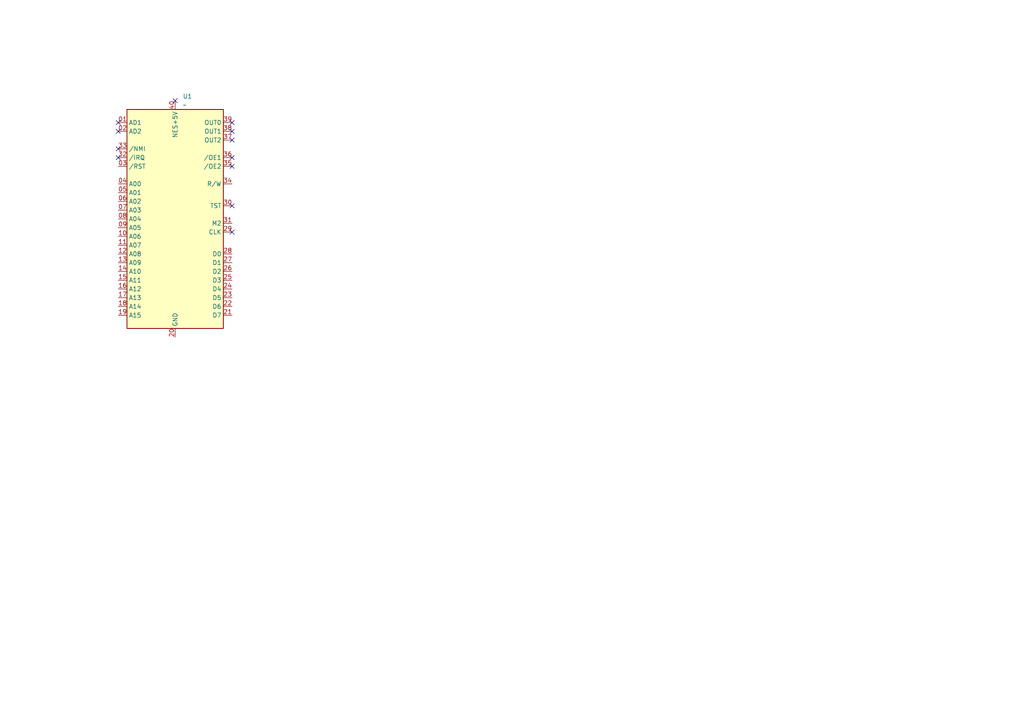
<source format=kicad_sch>
(kicad_sch (version 20231120) (generator "eeschema") (generator_version "8.0")
  (paper "A4")
  (lib_symbols
    (symbol "argos:RP2A03"
      (property "Reference" "U" (at 0 -3.81 0))
      (symbol "RP2A03_1_1"
        (rectangle (start -13.97 31.75) (end 13.97 -31.75) (stroke (width 0.254)) (fill (type background)))
        (pin bidirectional line (at -16.51 27.94 0) (length 2.54) (name "AD1") (number "01"))
        (pin bidirectional line (at -16.51 25.4 0) (length 2.54) (name "AD2") (number "02"))
        (pin bidirectional line (at -16.51 15.24 0) (length 2.54) (name "/RST") (number "03"))
        (pin bidirectional line (at -16.51 10.16 0) (length 2.54) (name "A00") (number "04"))
        (pin bidirectional line (at -16.51 7.62 0) (length 2.54) (name "A01") (number "05"))
        (pin bidirectional line (at -16.51 5.08 0) (length 2.54) (name "A02") (number "06"))
        (pin bidirectional line (at -16.51 2.54 0) (length 2.54) (name "A03") (number "07"))
        (pin bidirectional line (at -16.51 0 0) (length 2.54) (name "A04") (number "08"))
        (pin bidirectional line (at -16.51 -2.54 0) (length 2.54) (name "A05") (number "09"))
        (pin bidirectional line (at -16.51 -5.08 0) (length 2.54) (name "A06") (number "10"))
        (pin bidirectional line (at -16.51 -7.62 0) (length 2.54) (name "A07") (number "11"))
        (pin bidirectional line (at -16.51 -10.16 0) (length 2.54) (name "A08") (number "12"))
        (pin bidirectional line (at -16.51 -12.7 0) (length 2.54) (name "A09") (number "13"))
        (pin bidirectional line (at -16.51 -15.24 0) (length 2.54) (name "A10") (number "14"))
        (pin bidirectional line (at -16.51 -17.78 0) (length 2.54) (name "A11") (number "15"))
        (pin bidirectional line (at -16.51 -20.32 0) (length 2.54) (name "A12") (number "16"))
        (pin bidirectional line (at -16.51 -22.86 0) (length 2.54) (name "A13") (number "17"))
        (pin bidirectional line (at -16.51 -25.4 0) (length 2.54) (name "A14") (number "18"))
        (pin bidirectional line (at -16.51 -27.94 0) (length 2.54) (name "A15") (number "19"))
        (pin power_in line (at 0 -34.29 90) (length 2.54) (name "GND") (number "20"))
        (pin bidirectional line (at 16.51 -27.94 180) (length 2.54) (name "D7") (number "21"))
        (pin bidirectional line (at 16.51 -25.4 180) (length 2.54) (name "D6") (number "22"))
        (pin bidirectional line (at 16.51 -22.86 180) (length 2.54) (name "D5") (number "23"))
        (pin bidirectional line (at 16.51 -20.32 180) (length 2.54) (name "D4") (number "24"))
        (pin bidirectional line (at 16.51 -17.78 180) (length 2.54) (name "D3") (number "25"))
        (pin bidirectional line (at 16.51 -15.24 180) (length 2.54) (name "D2") (number "26"))
        (pin bidirectional line (at 16.51 -12.7 180) (length 2.54) (name "D1") (number "27"))
        (pin bidirectional line (at 16.51 -10.16 180) (length 2.54) (name "D0") (number "28"))
        (pin bidirectional line (at 16.51 -3.81 180) (length 2.54) (name "CLK") (number "29"))
        (pin bidirectional line (at 16.51 3.81 180) (length 2.54) (name "TST") (number "30"))
        (pin bidirectional line (at 16.51 -1.27 180) (length 2.54) (name "M2") (number "31"))
        (pin bidirectional line (at -16.51 17.78 0) (length 2.54) (name "/IRQ") (number "32"))
        (pin bidirectional line (at -16.51 20.32 0) (length 2.54) (name "/NMI") (number "33"))
        (pin bidirectional line (at 16.51 10.16 180) (length 2.54) (name "R/W") (number "34"))
        (pin bidirectional line (at 16.51 15.24 180) (length 2.54) (name "/OE2") (number "35"))
        (pin bidirectional line (at 16.51 17.78 180) (length 2.54) (name "/OE1") (number "36"))
        (pin bidirectional line (at 16.51 22.86 180) (length 2.54) (name "OUT2") (number "37"))
        (pin bidirectional line (at 16.51 25.4 180) (length 2.54) (name "OUT1") (number "38"))
        (pin bidirectional line (at 16.51 27.94 180) (length 2.54) (name "OUT0") (number "39"))
        (pin power_in line (at 0 34.29 270) (length 2.54) (name "NES+5V") (number "40"))
      )
    )
  )
  (no_connect (at 67.31 48.26))
  (no_connect (at 67.31 35.56))
  (no_connect (at 67.31 45.72))
  (no_connect (at 50.8 29.21))
  (no_connect (at 67.31 38.1))
  (no_connect (at 34.29 45.72))
  (no_connect (at 34.29 38.1))
  (no_connect (at 34.29 43.18))
  (no_connect (at 34.29 35.56))
  (no_connect (at 67.31 59.69))
  (no_connect (at 67.31 67.31))
  (no_connect (at 67.31 40.64))
  (symbol (lib_id "argos:RP2A03") (at 50.8 63.5 0) (unit 1)
    (property "Reference" "U1" (at 52.9941 27.94 0) (effects (justify left)))
    (property "Value" "~" (at 52.9941 30.48 0) (effects (justify left)))
    (property "Footprint" "argos:DIP-40_W15.24mm_Castellated" (effects (hide yes)))
  )
)
</source>
